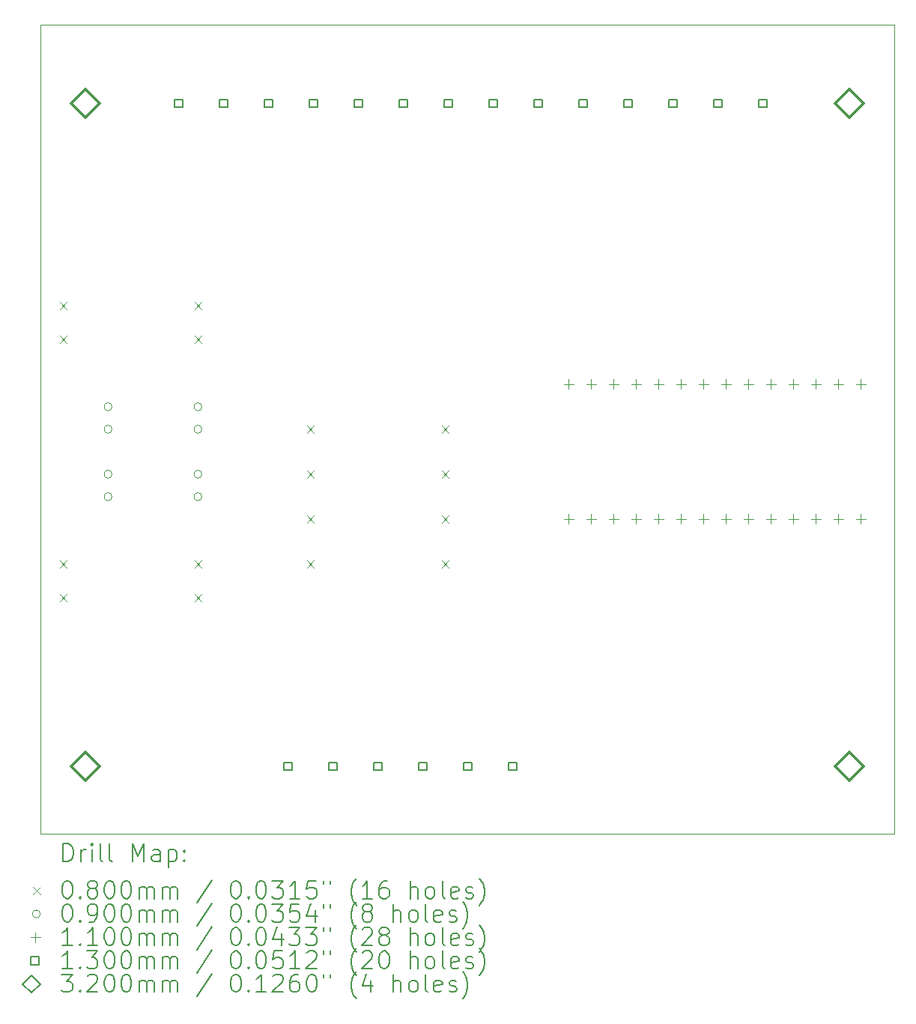
<source format=gbr>
%TF.GenerationSoftware,KiCad,Pcbnew,(6.0.7)*%
%TF.CreationDate,2023-02-16T08:52:23+02:00*%
%TF.ProjectId,teensy_motor_controller,7465656e-7379-45f6-9d6f-746f725f636f,rev?*%
%TF.SameCoordinates,Original*%
%TF.FileFunction,Drillmap*%
%TF.FilePolarity,Positive*%
%FSLAX45Y45*%
G04 Gerber Fmt 4.5, Leading zero omitted, Abs format (unit mm)*
G04 Created by KiCad (PCBNEW (6.0.7)) date 2023-02-16 08:52:23*
%MOMM*%
%LPD*%
G01*
G04 APERTURE LIST*
%ADD10C,0.050000*%
%ADD11C,0.200000*%
%ADD12C,0.080000*%
%ADD13C,0.090000*%
%ADD14C,0.110000*%
%ADD15C,0.130000*%
%ADD16C,0.320000*%
G04 APERTURE END LIST*
D10*
X9906000Y-4826000D02*
X19558000Y-4826000D01*
X19558000Y-4826000D02*
X19558000Y-13970000D01*
X19558000Y-13970000D02*
X9906000Y-13970000D01*
X9906000Y-13970000D02*
X9906000Y-4826000D01*
D11*
D12*
X10120000Y-7961000D02*
X10200000Y-8041000D01*
X10200000Y-7961000D02*
X10120000Y-8041000D01*
X10120000Y-8342000D02*
X10200000Y-8422000D01*
X10200000Y-8342000D02*
X10120000Y-8422000D01*
X10120000Y-10882000D02*
X10200000Y-10962000D01*
X10200000Y-10882000D02*
X10120000Y-10962000D01*
X10120000Y-11263000D02*
X10200000Y-11343000D01*
X10200000Y-11263000D02*
X10120000Y-11343000D01*
X11644000Y-7961000D02*
X11724000Y-8041000D01*
X11724000Y-7961000D02*
X11644000Y-8041000D01*
X11644000Y-8342000D02*
X11724000Y-8422000D01*
X11724000Y-8342000D02*
X11644000Y-8422000D01*
X11644000Y-10882000D02*
X11724000Y-10962000D01*
X11724000Y-10882000D02*
X11644000Y-10962000D01*
X11644000Y-11263000D02*
X11724000Y-11343000D01*
X11724000Y-11263000D02*
X11644000Y-11343000D01*
X12914000Y-9358000D02*
X12994000Y-9438000D01*
X12994000Y-9358000D02*
X12914000Y-9438000D01*
X12914000Y-9866000D02*
X12994000Y-9946000D01*
X12994000Y-9866000D02*
X12914000Y-9946000D01*
X12914000Y-10374000D02*
X12994000Y-10454000D01*
X12994000Y-10374000D02*
X12914000Y-10454000D01*
X12914000Y-10882000D02*
X12994000Y-10962000D01*
X12994000Y-10882000D02*
X12914000Y-10962000D01*
X14438000Y-9358000D02*
X14518000Y-9438000D01*
X14518000Y-9358000D02*
X14438000Y-9438000D01*
X14438000Y-9866000D02*
X14518000Y-9946000D01*
X14518000Y-9866000D02*
X14438000Y-9946000D01*
X14438000Y-10374000D02*
X14518000Y-10454000D01*
X14518000Y-10374000D02*
X14438000Y-10454000D01*
X14438000Y-10882000D02*
X14518000Y-10962000D01*
X14518000Y-10882000D02*
X14438000Y-10962000D01*
D13*
X10713000Y-9144000D02*
G75*
G03*
X10713000Y-9144000I-45000J0D01*
G01*
X10713000Y-9398000D02*
G75*
G03*
X10713000Y-9398000I-45000J0D01*
G01*
X10713000Y-9906000D02*
G75*
G03*
X10713000Y-9906000I-45000J0D01*
G01*
X10713000Y-10160000D02*
G75*
G03*
X10713000Y-10160000I-45000J0D01*
G01*
X11729000Y-9144000D02*
G75*
G03*
X11729000Y-9144000I-45000J0D01*
G01*
X11729000Y-9398000D02*
G75*
G03*
X11729000Y-9398000I-45000J0D01*
G01*
X11729000Y-9906000D02*
G75*
G03*
X11729000Y-9906000I-45000J0D01*
G01*
X11729000Y-10160000D02*
G75*
G03*
X11729000Y-10160000I-45000J0D01*
G01*
D14*
X15875000Y-8835000D02*
X15875000Y-8945000D01*
X15820000Y-8890000D02*
X15930000Y-8890000D01*
X15875000Y-10359000D02*
X15875000Y-10469000D01*
X15820000Y-10414000D02*
X15930000Y-10414000D01*
X16129000Y-8835000D02*
X16129000Y-8945000D01*
X16074000Y-8890000D02*
X16184000Y-8890000D01*
X16129000Y-10359000D02*
X16129000Y-10469000D01*
X16074000Y-10414000D02*
X16184000Y-10414000D01*
X16383000Y-8835000D02*
X16383000Y-8945000D01*
X16328000Y-8890000D02*
X16438000Y-8890000D01*
X16383000Y-10359000D02*
X16383000Y-10469000D01*
X16328000Y-10414000D02*
X16438000Y-10414000D01*
X16637000Y-8835000D02*
X16637000Y-8945000D01*
X16582000Y-8890000D02*
X16692000Y-8890000D01*
X16637000Y-10359000D02*
X16637000Y-10469000D01*
X16582000Y-10414000D02*
X16692000Y-10414000D01*
X16891000Y-8835000D02*
X16891000Y-8945000D01*
X16836000Y-8890000D02*
X16946000Y-8890000D01*
X16891000Y-10359000D02*
X16891000Y-10469000D01*
X16836000Y-10414000D02*
X16946000Y-10414000D01*
X17145000Y-8835000D02*
X17145000Y-8945000D01*
X17090000Y-8890000D02*
X17200000Y-8890000D01*
X17145000Y-10359000D02*
X17145000Y-10469000D01*
X17090000Y-10414000D02*
X17200000Y-10414000D01*
X17399000Y-8835000D02*
X17399000Y-8945000D01*
X17344000Y-8890000D02*
X17454000Y-8890000D01*
X17399000Y-10359000D02*
X17399000Y-10469000D01*
X17344000Y-10414000D02*
X17454000Y-10414000D01*
X17653000Y-8835000D02*
X17653000Y-8945000D01*
X17598000Y-8890000D02*
X17708000Y-8890000D01*
X17653000Y-10359000D02*
X17653000Y-10469000D01*
X17598000Y-10414000D02*
X17708000Y-10414000D01*
X17907000Y-8835000D02*
X17907000Y-8945000D01*
X17852000Y-8890000D02*
X17962000Y-8890000D01*
X17907000Y-10359000D02*
X17907000Y-10469000D01*
X17852000Y-10414000D02*
X17962000Y-10414000D01*
X18161000Y-8835000D02*
X18161000Y-8945000D01*
X18106000Y-8890000D02*
X18216000Y-8890000D01*
X18161000Y-10359000D02*
X18161000Y-10469000D01*
X18106000Y-10414000D02*
X18216000Y-10414000D01*
X18415000Y-8835000D02*
X18415000Y-8945000D01*
X18360000Y-8890000D02*
X18470000Y-8890000D01*
X18415000Y-10359000D02*
X18415000Y-10469000D01*
X18360000Y-10414000D02*
X18470000Y-10414000D01*
X18669000Y-8835000D02*
X18669000Y-8945000D01*
X18614000Y-8890000D02*
X18724000Y-8890000D01*
X18669000Y-10359000D02*
X18669000Y-10469000D01*
X18614000Y-10414000D02*
X18724000Y-10414000D01*
X18923000Y-8835000D02*
X18923000Y-8945000D01*
X18868000Y-8890000D02*
X18978000Y-8890000D01*
X18923000Y-10359000D02*
X18923000Y-10469000D01*
X18868000Y-10414000D02*
X18978000Y-10414000D01*
X19177000Y-8835000D02*
X19177000Y-8945000D01*
X19122000Y-8890000D02*
X19232000Y-8890000D01*
X19177000Y-10359000D02*
X19177000Y-10469000D01*
X19122000Y-10414000D02*
X19232000Y-10414000D01*
D15*
X11511462Y-5760962D02*
X11511462Y-5669038D01*
X11419538Y-5669038D01*
X11419538Y-5760962D01*
X11511462Y-5760962D01*
X12019462Y-5760962D02*
X12019462Y-5669038D01*
X11927538Y-5669038D01*
X11927538Y-5760962D01*
X12019462Y-5760962D01*
X12527462Y-5760962D02*
X12527462Y-5669038D01*
X12435538Y-5669038D01*
X12435538Y-5760962D01*
X12527462Y-5760962D01*
X12745962Y-13253962D02*
X12745962Y-13162038D01*
X12654038Y-13162038D01*
X12654038Y-13253962D01*
X12745962Y-13253962D01*
X13035462Y-5760962D02*
X13035462Y-5669038D01*
X12943538Y-5669038D01*
X12943538Y-5760962D01*
X13035462Y-5760962D01*
X13253962Y-13253962D02*
X13253962Y-13162038D01*
X13162038Y-13162038D01*
X13162038Y-13253962D01*
X13253962Y-13253962D01*
X13543462Y-5760962D02*
X13543462Y-5669038D01*
X13451538Y-5669038D01*
X13451538Y-5760962D01*
X13543462Y-5760962D01*
X13761962Y-13253962D02*
X13761962Y-13162038D01*
X13670038Y-13162038D01*
X13670038Y-13253962D01*
X13761962Y-13253962D01*
X14051462Y-5760962D02*
X14051462Y-5669038D01*
X13959538Y-5669038D01*
X13959538Y-5760962D01*
X14051462Y-5760962D01*
X14269962Y-13253962D02*
X14269962Y-13162038D01*
X14178038Y-13162038D01*
X14178038Y-13253962D01*
X14269962Y-13253962D01*
X14559462Y-5760962D02*
X14559462Y-5669038D01*
X14467538Y-5669038D01*
X14467538Y-5760962D01*
X14559462Y-5760962D01*
X14777962Y-13253962D02*
X14777962Y-13162038D01*
X14686038Y-13162038D01*
X14686038Y-13253962D01*
X14777962Y-13253962D01*
X15067462Y-5760962D02*
X15067462Y-5669038D01*
X14975538Y-5669038D01*
X14975538Y-5760962D01*
X15067462Y-5760962D01*
X15285962Y-13253962D02*
X15285962Y-13162038D01*
X15194038Y-13162038D01*
X15194038Y-13253962D01*
X15285962Y-13253962D01*
X15575462Y-5760962D02*
X15575462Y-5669038D01*
X15483538Y-5669038D01*
X15483538Y-5760962D01*
X15575462Y-5760962D01*
X16083462Y-5760962D02*
X16083462Y-5669038D01*
X15991538Y-5669038D01*
X15991538Y-5760962D01*
X16083462Y-5760962D01*
X16591462Y-5760962D02*
X16591462Y-5669038D01*
X16499538Y-5669038D01*
X16499538Y-5760962D01*
X16591462Y-5760962D01*
X17099462Y-5760962D02*
X17099462Y-5669038D01*
X17007538Y-5669038D01*
X17007538Y-5760962D01*
X17099462Y-5760962D01*
X17607462Y-5760962D02*
X17607462Y-5669038D01*
X17515538Y-5669038D01*
X17515538Y-5760962D01*
X17607462Y-5760962D01*
X18115462Y-5760962D02*
X18115462Y-5669038D01*
X18023538Y-5669038D01*
X18023538Y-5760962D01*
X18115462Y-5760962D01*
D16*
X10414000Y-5875000D02*
X10574000Y-5715000D01*
X10414000Y-5555000D01*
X10254000Y-5715000D01*
X10414000Y-5875000D01*
X10414000Y-13368906D02*
X10574000Y-13208906D01*
X10414000Y-13048906D01*
X10254000Y-13208906D01*
X10414000Y-13368906D01*
X19050000Y-5875000D02*
X19210000Y-5715000D01*
X19050000Y-5555000D01*
X18890000Y-5715000D01*
X19050000Y-5875000D01*
X19050000Y-13368000D02*
X19210000Y-13208000D01*
X19050000Y-13048000D01*
X18890000Y-13208000D01*
X19050000Y-13368000D01*
D11*
X10161119Y-14282976D02*
X10161119Y-14082976D01*
X10208738Y-14082976D01*
X10237310Y-14092500D01*
X10256357Y-14111548D01*
X10265881Y-14130595D01*
X10275405Y-14168690D01*
X10275405Y-14197262D01*
X10265881Y-14235357D01*
X10256357Y-14254405D01*
X10237310Y-14273452D01*
X10208738Y-14282976D01*
X10161119Y-14282976D01*
X10361119Y-14282976D02*
X10361119Y-14149643D01*
X10361119Y-14187738D02*
X10370643Y-14168690D01*
X10380167Y-14159167D01*
X10399214Y-14149643D01*
X10418262Y-14149643D01*
X10484929Y-14282976D02*
X10484929Y-14149643D01*
X10484929Y-14082976D02*
X10475405Y-14092500D01*
X10484929Y-14102024D01*
X10494452Y-14092500D01*
X10484929Y-14082976D01*
X10484929Y-14102024D01*
X10608738Y-14282976D02*
X10589690Y-14273452D01*
X10580167Y-14254405D01*
X10580167Y-14082976D01*
X10713500Y-14282976D02*
X10694452Y-14273452D01*
X10684929Y-14254405D01*
X10684929Y-14082976D01*
X10942071Y-14282976D02*
X10942071Y-14082976D01*
X11008738Y-14225833D01*
X11075405Y-14082976D01*
X11075405Y-14282976D01*
X11256357Y-14282976D02*
X11256357Y-14178214D01*
X11246833Y-14159167D01*
X11227786Y-14149643D01*
X11189690Y-14149643D01*
X11170643Y-14159167D01*
X11256357Y-14273452D02*
X11237309Y-14282976D01*
X11189690Y-14282976D01*
X11170643Y-14273452D01*
X11161119Y-14254405D01*
X11161119Y-14235357D01*
X11170643Y-14216309D01*
X11189690Y-14206786D01*
X11237309Y-14206786D01*
X11256357Y-14197262D01*
X11351595Y-14149643D02*
X11351595Y-14349643D01*
X11351595Y-14159167D02*
X11370643Y-14149643D01*
X11408738Y-14149643D01*
X11427786Y-14159167D01*
X11437309Y-14168690D01*
X11446833Y-14187738D01*
X11446833Y-14244881D01*
X11437309Y-14263928D01*
X11427786Y-14273452D01*
X11408738Y-14282976D01*
X11370643Y-14282976D01*
X11351595Y-14273452D01*
X11532548Y-14263928D02*
X11542071Y-14273452D01*
X11532548Y-14282976D01*
X11523024Y-14273452D01*
X11532548Y-14263928D01*
X11532548Y-14282976D01*
X11532548Y-14159167D02*
X11542071Y-14168690D01*
X11532548Y-14178214D01*
X11523024Y-14168690D01*
X11532548Y-14159167D01*
X11532548Y-14178214D01*
D12*
X9823500Y-14572500D02*
X9903500Y-14652500D01*
X9903500Y-14572500D02*
X9823500Y-14652500D01*
D11*
X10199214Y-14502976D02*
X10218262Y-14502976D01*
X10237310Y-14512500D01*
X10246833Y-14522024D01*
X10256357Y-14541071D01*
X10265881Y-14579167D01*
X10265881Y-14626786D01*
X10256357Y-14664881D01*
X10246833Y-14683928D01*
X10237310Y-14693452D01*
X10218262Y-14702976D01*
X10199214Y-14702976D01*
X10180167Y-14693452D01*
X10170643Y-14683928D01*
X10161119Y-14664881D01*
X10151595Y-14626786D01*
X10151595Y-14579167D01*
X10161119Y-14541071D01*
X10170643Y-14522024D01*
X10180167Y-14512500D01*
X10199214Y-14502976D01*
X10351595Y-14683928D02*
X10361119Y-14693452D01*
X10351595Y-14702976D01*
X10342071Y-14693452D01*
X10351595Y-14683928D01*
X10351595Y-14702976D01*
X10475405Y-14588690D02*
X10456357Y-14579167D01*
X10446833Y-14569643D01*
X10437310Y-14550595D01*
X10437310Y-14541071D01*
X10446833Y-14522024D01*
X10456357Y-14512500D01*
X10475405Y-14502976D01*
X10513500Y-14502976D01*
X10532548Y-14512500D01*
X10542071Y-14522024D01*
X10551595Y-14541071D01*
X10551595Y-14550595D01*
X10542071Y-14569643D01*
X10532548Y-14579167D01*
X10513500Y-14588690D01*
X10475405Y-14588690D01*
X10456357Y-14598214D01*
X10446833Y-14607738D01*
X10437310Y-14626786D01*
X10437310Y-14664881D01*
X10446833Y-14683928D01*
X10456357Y-14693452D01*
X10475405Y-14702976D01*
X10513500Y-14702976D01*
X10532548Y-14693452D01*
X10542071Y-14683928D01*
X10551595Y-14664881D01*
X10551595Y-14626786D01*
X10542071Y-14607738D01*
X10532548Y-14598214D01*
X10513500Y-14588690D01*
X10675405Y-14502976D02*
X10694452Y-14502976D01*
X10713500Y-14512500D01*
X10723024Y-14522024D01*
X10732548Y-14541071D01*
X10742071Y-14579167D01*
X10742071Y-14626786D01*
X10732548Y-14664881D01*
X10723024Y-14683928D01*
X10713500Y-14693452D01*
X10694452Y-14702976D01*
X10675405Y-14702976D01*
X10656357Y-14693452D01*
X10646833Y-14683928D01*
X10637310Y-14664881D01*
X10627786Y-14626786D01*
X10627786Y-14579167D01*
X10637310Y-14541071D01*
X10646833Y-14522024D01*
X10656357Y-14512500D01*
X10675405Y-14502976D01*
X10865881Y-14502976D02*
X10884929Y-14502976D01*
X10903976Y-14512500D01*
X10913500Y-14522024D01*
X10923024Y-14541071D01*
X10932548Y-14579167D01*
X10932548Y-14626786D01*
X10923024Y-14664881D01*
X10913500Y-14683928D01*
X10903976Y-14693452D01*
X10884929Y-14702976D01*
X10865881Y-14702976D01*
X10846833Y-14693452D01*
X10837310Y-14683928D01*
X10827786Y-14664881D01*
X10818262Y-14626786D01*
X10818262Y-14579167D01*
X10827786Y-14541071D01*
X10837310Y-14522024D01*
X10846833Y-14512500D01*
X10865881Y-14502976D01*
X11018262Y-14702976D02*
X11018262Y-14569643D01*
X11018262Y-14588690D02*
X11027786Y-14579167D01*
X11046833Y-14569643D01*
X11075405Y-14569643D01*
X11094452Y-14579167D01*
X11103976Y-14598214D01*
X11103976Y-14702976D01*
X11103976Y-14598214D02*
X11113500Y-14579167D01*
X11132548Y-14569643D01*
X11161119Y-14569643D01*
X11180167Y-14579167D01*
X11189690Y-14598214D01*
X11189690Y-14702976D01*
X11284928Y-14702976D02*
X11284928Y-14569643D01*
X11284928Y-14588690D02*
X11294452Y-14579167D01*
X11313500Y-14569643D01*
X11342071Y-14569643D01*
X11361119Y-14579167D01*
X11370643Y-14598214D01*
X11370643Y-14702976D01*
X11370643Y-14598214D02*
X11380167Y-14579167D01*
X11399214Y-14569643D01*
X11427786Y-14569643D01*
X11446833Y-14579167D01*
X11456357Y-14598214D01*
X11456357Y-14702976D01*
X11846833Y-14493452D02*
X11675405Y-14750595D01*
X12103976Y-14502976D02*
X12123024Y-14502976D01*
X12142071Y-14512500D01*
X12151595Y-14522024D01*
X12161119Y-14541071D01*
X12170643Y-14579167D01*
X12170643Y-14626786D01*
X12161119Y-14664881D01*
X12151595Y-14683928D01*
X12142071Y-14693452D01*
X12123024Y-14702976D01*
X12103976Y-14702976D01*
X12084928Y-14693452D01*
X12075405Y-14683928D01*
X12065881Y-14664881D01*
X12056357Y-14626786D01*
X12056357Y-14579167D01*
X12065881Y-14541071D01*
X12075405Y-14522024D01*
X12084928Y-14512500D01*
X12103976Y-14502976D01*
X12256357Y-14683928D02*
X12265881Y-14693452D01*
X12256357Y-14702976D01*
X12246833Y-14693452D01*
X12256357Y-14683928D01*
X12256357Y-14702976D01*
X12389690Y-14502976D02*
X12408738Y-14502976D01*
X12427786Y-14512500D01*
X12437309Y-14522024D01*
X12446833Y-14541071D01*
X12456357Y-14579167D01*
X12456357Y-14626786D01*
X12446833Y-14664881D01*
X12437309Y-14683928D01*
X12427786Y-14693452D01*
X12408738Y-14702976D01*
X12389690Y-14702976D01*
X12370643Y-14693452D01*
X12361119Y-14683928D01*
X12351595Y-14664881D01*
X12342071Y-14626786D01*
X12342071Y-14579167D01*
X12351595Y-14541071D01*
X12361119Y-14522024D01*
X12370643Y-14512500D01*
X12389690Y-14502976D01*
X12523024Y-14502976D02*
X12646833Y-14502976D01*
X12580167Y-14579167D01*
X12608738Y-14579167D01*
X12627786Y-14588690D01*
X12637309Y-14598214D01*
X12646833Y-14617262D01*
X12646833Y-14664881D01*
X12637309Y-14683928D01*
X12627786Y-14693452D01*
X12608738Y-14702976D01*
X12551595Y-14702976D01*
X12532548Y-14693452D01*
X12523024Y-14683928D01*
X12837309Y-14702976D02*
X12723024Y-14702976D01*
X12780167Y-14702976D02*
X12780167Y-14502976D01*
X12761119Y-14531548D01*
X12742071Y-14550595D01*
X12723024Y-14560119D01*
X13018262Y-14502976D02*
X12923024Y-14502976D01*
X12913500Y-14598214D01*
X12923024Y-14588690D01*
X12942071Y-14579167D01*
X12989690Y-14579167D01*
X13008738Y-14588690D01*
X13018262Y-14598214D01*
X13027786Y-14617262D01*
X13027786Y-14664881D01*
X13018262Y-14683928D01*
X13008738Y-14693452D01*
X12989690Y-14702976D01*
X12942071Y-14702976D01*
X12923024Y-14693452D01*
X12913500Y-14683928D01*
X13103976Y-14502976D02*
X13103976Y-14541071D01*
X13180167Y-14502976D02*
X13180167Y-14541071D01*
X13475405Y-14779167D02*
X13465881Y-14769643D01*
X13446833Y-14741071D01*
X13437309Y-14722024D01*
X13427786Y-14693452D01*
X13418262Y-14645833D01*
X13418262Y-14607738D01*
X13427786Y-14560119D01*
X13437309Y-14531548D01*
X13446833Y-14512500D01*
X13465881Y-14483928D01*
X13475405Y-14474405D01*
X13656357Y-14702976D02*
X13542071Y-14702976D01*
X13599214Y-14702976D02*
X13599214Y-14502976D01*
X13580167Y-14531548D01*
X13561119Y-14550595D01*
X13542071Y-14560119D01*
X13827786Y-14502976D02*
X13789690Y-14502976D01*
X13770643Y-14512500D01*
X13761119Y-14522024D01*
X13742071Y-14550595D01*
X13732548Y-14588690D01*
X13732548Y-14664881D01*
X13742071Y-14683928D01*
X13751595Y-14693452D01*
X13770643Y-14702976D01*
X13808738Y-14702976D01*
X13827786Y-14693452D01*
X13837309Y-14683928D01*
X13846833Y-14664881D01*
X13846833Y-14617262D01*
X13837309Y-14598214D01*
X13827786Y-14588690D01*
X13808738Y-14579167D01*
X13770643Y-14579167D01*
X13751595Y-14588690D01*
X13742071Y-14598214D01*
X13732548Y-14617262D01*
X14084928Y-14702976D02*
X14084928Y-14502976D01*
X14170643Y-14702976D02*
X14170643Y-14598214D01*
X14161119Y-14579167D01*
X14142071Y-14569643D01*
X14113500Y-14569643D01*
X14094452Y-14579167D01*
X14084928Y-14588690D01*
X14294452Y-14702976D02*
X14275405Y-14693452D01*
X14265881Y-14683928D01*
X14256357Y-14664881D01*
X14256357Y-14607738D01*
X14265881Y-14588690D01*
X14275405Y-14579167D01*
X14294452Y-14569643D01*
X14323024Y-14569643D01*
X14342071Y-14579167D01*
X14351595Y-14588690D01*
X14361119Y-14607738D01*
X14361119Y-14664881D01*
X14351595Y-14683928D01*
X14342071Y-14693452D01*
X14323024Y-14702976D01*
X14294452Y-14702976D01*
X14475405Y-14702976D02*
X14456357Y-14693452D01*
X14446833Y-14674405D01*
X14446833Y-14502976D01*
X14627786Y-14693452D02*
X14608738Y-14702976D01*
X14570643Y-14702976D01*
X14551595Y-14693452D01*
X14542071Y-14674405D01*
X14542071Y-14598214D01*
X14551595Y-14579167D01*
X14570643Y-14569643D01*
X14608738Y-14569643D01*
X14627786Y-14579167D01*
X14637309Y-14598214D01*
X14637309Y-14617262D01*
X14542071Y-14636309D01*
X14713500Y-14693452D02*
X14732548Y-14702976D01*
X14770643Y-14702976D01*
X14789690Y-14693452D01*
X14799214Y-14674405D01*
X14799214Y-14664881D01*
X14789690Y-14645833D01*
X14770643Y-14636309D01*
X14742071Y-14636309D01*
X14723024Y-14626786D01*
X14713500Y-14607738D01*
X14713500Y-14598214D01*
X14723024Y-14579167D01*
X14742071Y-14569643D01*
X14770643Y-14569643D01*
X14789690Y-14579167D01*
X14865881Y-14779167D02*
X14875405Y-14769643D01*
X14894452Y-14741071D01*
X14903976Y-14722024D01*
X14913500Y-14693452D01*
X14923024Y-14645833D01*
X14923024Y-14607738D01*
X14913500Y-14560119D01*
X14903976Y-14531548D01*
X14894452Y-14512500D01*
X14875405Y-14483928D01*
X14865881Y-14474405D01*
D13*
X9903500Y-14876500D02*
G75*
G03*
X9903500Y-14876500I-45000J0D01*
G01*
D11*
X10199214Y-14766976D02*
X10218262Y-14766976D01*
X10237310Y-14776500D01*
X10246833Y-14786024D01*
X10256357Y-14805071D01*
X10265881Y-14843167D01*
X10265881Y-14890786D01*
X10256357Y-14928881D01*
X10246833Y-14947928D01*
X10237310Y-14957452D01*
X10218262Y-14966976D01*
X10199214Y-14966976D01*
X10180167Y-14957452D01*
X10170643Y-14947928D01*
X10161119Y-14928881D01*
X10151595Y-14890786D01*
X10151595Y-14843167D01*
X10161119Y-14805071D01*
X10170643Y-14786024D01*
X10180167Y-14776500D01*
X10199214Y-14766976D01*
X10351595Y-14947928D02*
X10361119Y-14957452D01*
X10351595Y-14966976D01*
X10342071Y-14957452D01*
X10351595Y-14947928D01*
X10351595Y-14966976D01*
X10456357Y-14966976D02*
X10494452Y-14966976D01*
X10513500Y-14957452D01*
X10523024Y-14947928D01*
X10542071Y-14919357D01*
X10551595Y-14881262D01*
X10551595Y-14805071D01*
X10542071Y-14786024D01*
X10532548Y-14776500D01*
X10513500Y-14766976D01*
X10475405Y-14766976D01*
X10456357Y-14776500D01*
X10446833Y-14786024D01*
X10437310Y-14805071D01*
X10437310Y-14852690D01*
X10446833Y-14871738D01*
X10456357Y-14881262D01*
X10475405Y-14890786D01*
X10513500Y-14890786D01*
X10532548Y-14881262D01*
X10542071Y-14871738D01*
X10551595Y-14852690D01*
X10675405Y-14766976D02*
X10694452Y-14766976D01*
X10713500Y-14776500D01*
X10723024Y-14786024D01*
X10732548Y-14805071D01*
X10742071Y-14843167D01*
X10742071Y-14890786D01*
X10732548Y-14928881D01*
X10723024Y-14947928D01*
X10713500Y-14957452D01*
X10694452Y-14966976D01*
X10675405Y-14966976D01*
X10656357Y-14957452D01*
X10646833Y-14947928D01*
X10637310Y-14928881D01*
X10627786Y-14890786D01*
X10627786Y-14843167D01*
X10637310Y-14805071D01*
X10646833Y-14786024D01*
X10656357Y-14776500D01*
X10675405Y-14766976D01*
X10865881Y-14766976D02*
X10884929Y-14766976D01*
X10903976Y-14776500D01*
X10913500Y-14786024D01*
X10923024Y-14805071D01*
X10932548Y-14843167D01*
X10932548Y-14890786D01*
X10923024Y-14928881D01*
X10913500Y-14947928D01*
X10903976Y-14957452D01*
X10884929Y-14966976D01*
X10865881Y-14966976D01*
X10846833Y-14957452D01*
X10837310Y-14947928D01*
X10827786Y-14928881D01*
X10818262Y-14890786D01*
X10818262Y-14843167D01*
X10827786Y-14805071D01*
X10837310Y-14786024D01*
X10846833Y-14776500D01*
X10865881Y-14766976D01*
X11018262Y-14966976D02*
X11018262Y-14833643D01*
X11018262Y-14852690D02*
X11027786Y-14843167D01*
X11046833Y-14833643D01*
X11075405Y-14833643D01*
X11094452Y-14843167D01*
X11103976Y-14862214D01*
X11103976Y-14966976D01*
X11103976Y-14862214D02*
X11113500Y-14843167D01*
X11132548Y-14833643D01*
X11161119Y-14833643D01*
X11180167Y-14843167D01*
X11189690Y-14862214D01*
X11189690Y-14966976D01*
X11284928Y-14966976D02*
X11284928Y-14833643D01*
X11284928Y-14852690D02*
X11294452Y-14843167D01*
X11313500Y-14833643D01*
X11342071Y-14833643D01*
X11361119Y-14843167D01*
X11370643Y-14862214D01*
X11370643Y-14966976D01*
X11370643Y-14862214D02*
X11380167Y-14843167D01*
X11399214Y-14833643D01*
X11427786Y-14833643D01*
X11446833Y-14843167D01*
X11456357Y-14862214D01*
X11456357Y-14966976D01*
X11846833Y-14757452D02*
X11675405Y-15014595D01*
X12103976Y-14766976D02*
X12123024Y-14766976D01*
X12142071Y-14776500D01*
X12151595Y-14786024D01*
X12161119Y-14805071D01*
X12170643Y-14843167D01*
X12170643Y-14890786D01*
X12161119Y-14928881D01*
X12151595Y-14947928D01*
X12142071Y-14957452D01*
X12123024Y-14966976D01*
X12103976Y-14966976D01*
X12084928Y-14957452D01*
X12075405Y-14947928D01*
X12065881Y-14928881D01*
X12056357Y-14890786D01*
X12056357Y-14843167D01*
X12065881Y-14805071D01*
X12075405Y-14786024D01*
X12084928Y-14776500D01*
X12103976Y-14766976D01*
X12256357Y-14947928D02*
X12265881Y-14957452D01*
X12256357Y-14966976D01*
X12246833Y-14957452D01*
X12256357Y-14947928D01*
X12256357Y-14966976D01*
X12389690Y-14766976D02*
X12408738Y-14766976D01*
X12427786Y-14776500D01*
X12437309Y-14786024D01*
X12446833Y-14805071D01*
X12456357Y-14843167D01*
X12456357Y-14890786D01*
X12446833Y-14928881D01*
X12437309Y-14947928D01*
X12427786Y-14957452D01*
X12408738Y-14966976D01*
X12389690Y-14966976D01*
X12370643Y-14957452D01*
X12361119Y-14947928D01*
X12351595Y-14928881D01*
X12342071Y-14890786D01*
X12342071Y-14843167D01*
X12351595Y-14805071D01*
X12361119Y-14786024D01*
X12370643Y-14776500D01*
X12389690Y-14766976D01*
X12523024Y-14766976D02*
X12646833Y-14766976D01*
X12580167Y-14843167D01*
X12608738Y-14843167D01*
X12627786Y-14852690D01*
X12637309Y-14862214D01*
X12646833Y-14881262D01*
X12646833Y-14928881D01*
X12637309Y-14947928D01*
X12627786Y-14957452D01*
X12608738Y-14966976D01*
X12551595Y-14966976D01*
X12532548Y-14957452D01*
X12523024Y-14947928D01*
X12827786Y-14766976D02*
X12732548Y-14766976D01*
X12723024Y-14862214D01*
X12732548Y-14852690D01*
X12751595Y-14843167D01*
X12799214Y-14843167D01*
X12818262Y-14852690D01*
X12827786Y-14862214D01*
X12837309Y-14881262D01*
X12837309Y-14928881D01*
X12827786Y-14947928D01*
X12818262Y-14957452D01*
X12799214Y-14966976D01*
X12751595Y-14966976D01*
X12732548Y-14957452D01*
X12723024Y-14947928D01*
X13008738Y-14833643D02*
X13008738Y-14966976D01*
X12961119Y-14757452D02*
X12913500Y-14900309D01*
X13037309Y-14900309D01*
X13103976Y-14766976D02*
X13103976Y-14805071D01*
X13180167Y-14766976D02*
X13180167Y-14805071D01*
X13475405Y-15043167D02*
X13465881Y-15033643D01*
X13446833Y-15005071D01*
X13437309Y-14986024D01*
X13427786Y-14957452D01*
X13418262Y-14909833D01*
X13418262Y-14871738D01*
X13427786Y-14824119D01*
X13437309Y-14795548D01*
X13446833Y-14776500D01*
X13465881Y-14747928D01*
X13475405Y-14738405D01*
X13580167Y-14852690D02*
X13561119Y-14843167D01*
X13551595Y-14833643D01*
X13542071Y-14814595D01*
X13542071Y-14805071D01*
X13551595Y-14786024D01*
X13561119Y-14776500D01*
X13580167Y-14766976D01*
X13618262Y-14766976D01*
X13637309Y-14776500D01*
X13646833Y-14786024D01*
X13656357Y-14805071D01*
X13656357Y-14814595D01*
X13646833Y-14833643D01*
X13637309Y-14843167D01*
X13618262Y-14852690D01*
X13580167Y-14852690D01*
X13561119Y-14862214D01*
X13551595Y-14871738D01*
X13542071Y-14890786D01*
X13542071Y-14928881D01*
X13551595Y-14947928D01*
X13561119Y-14957452D01*
X13580167Y-14966976D01*
X13618262Y-14966976D01*
X13637309Y-14957452D01*
X13646833Y-14947928D01*
X13656357Y-14928881D01*
X13656357Y-14890786D01*
X13646833Y-14871738D01*
X13637309Y-14862214D01*
X13618262Y-14852690D01*
X13894452Y-14966976D02*
X13894452Y-14766976D01*
X13980167Y-14966976D02*
X13980167Y-14862214D01*
X13970643Y-14843167D01*
X13951595Y-14833643D01*
X13923024Y-14833643D01*
X13903976Y-14843167D01*
X13894452Y-14852690D01*
X14103976Y-14966976D02*
X14084928Y-14957452D01*
X14075405Y-14947928D01*
X14065881Y-14928881D01*
X14065881Y-14871738D01*
X14075405Y-14852690D01*
X14084928Y-14843167D01*
X14103976Y-14833643D01*
X14132548Y-14833643D01*
X14151595Y-14843167D01*
X14161119Y-14852690D01*
X14170643Y-14871738D01*
X14170643Y-14928881D01*
X14161119Y-14947928D01*
X14151595Y-14957452D01*
X14132548Y-14966976D01*
X14103976Y-14966976D01*
X14284928Y-14966976D02*
X14265881Y-14957452D01*
X14256357Y-14938405D01*
X14256357Y-14766976D01*
X14437309Y-14957452D02*
X14418262Y-14966976D01*
X14380167Y-14966976D01*
X14361119Y-14957452D01*
X14351595Y-14938405D01*
X14351595Y-14862214D01*
X14361119Y-14843167D01*
X14380167Y-14833643D01*
X14418262Y-14833643D01*
X14437309Y-14843167D01*
X14446833Y-14862214D01*
X14446833Y-14881262D01*
X14351595Y-14900309D01*
X14523024Y-14957452D02*
X14542071Y-14966976D01*
X14580167Y-14966976D01*
X14599214Y-14957452D01*
X14608738Y-14938405D01*
X14608738Y-14928881D01*
X14599214Y-14909833D01*
X14580167Y-14900309D01*
X14551595Y-14900309D01*
X14532548Y-14890786D01*
X14523024Y-14871738D01*
X14523024Y-14862214D01*
X14532548Y-14843167D01*
X14551595Y-14833643D01*
X14580167Y-14833643D01*
X14599214Y-14843167D01*
X14675405Y-15043167D02*
X14684928Y-15033643D01*
X14703976Y-15005071D01*
X14713500Y-14986024D01*
X14723024Y-14957452D01*
X14732548Y-14909833D01*
X14732548Y-14871738D01*
X14723024Y-14824119D01*
X14713500Y-14795548D01*
X14703976Y-14776500D01*
X14684928Y-14747928D01*
X14675405Y-14738405D01*
D14*
X9848500Y-15085500D02*
X9848500Y-15195500D01*
X9793500Y-15140500D02*
X9903500Y-15140500D01*
D11*
X10265881Y-15230976D02*
X10151595Y-15230976D01*
X10208738Y-15230976D02*
X10208738Y-15030976D01*
X10189690Y-15059548D01*
X10170643Y-15078595D01*
X10151595Y-15088119D01*
X10351595Y-15211928D02*
X10361119Y-15221452D01*
X10351595Y-15230976D01*
X10342071Y-15221452D01*
X10351595Y-15211928D01*
X10351595Y-15230976D01*
X10551595Y-15230976D02*
X10437310Y-15230976D01*
X10494452Y-15230976D02*
X10494452Y-15030976D01*
X10475405Y-15059548D01*
X10456357Y-15078595D01*
X10437310Y-15088119D01*
X10675405Y-15030976D02*
X10694452Y-15030976D01*
X10713500Y-15040500D01*
X10723024Y-15050024D01*
X10732548Y-15069071D01*
X10742071Y-15107167D01*
X10742071Y-15154786D01*
X10732548Y-15192881D01*
X10723024Y-15211928D01*
X10713500Y-15221452D01*
X10694452Y-15230976D01*
X10675405Y-15230976D01*
X10656357Y-15221452D01*
X10646833Y-15211928D01*
X10637310Y-15192881D01*
X10627786Y-15154786D01*
X10627786Y-15107167D01*
X10637310Y-15069071D01*
X10646833Y-15050024D01*
X10656357Y-15040500D01*
X10675405Y-15030976D01*
X10865881Y-15030976D02*
X10884929Y-15030976D01*
X10903976Y-15040500D01*
X10913500Y-15050024D01*
X10923024Y-15069071D01*
X10932548Y-15107167D01*
X10932548Y-15154786D01*
X10923024Y-15192881D01*
X10913500Y-15211928D01*
X10903976Y-15221452D01*
X10884929Y-15230976D01*
X10865881Y-15230976D01*
X10846833Y-15221452D01*
X10837310Y-15211928D01*
X10827786Y-15192881D01*
X10818262Y-15154786D01*
X10818262Y-15107167D01*
X10827786Y-15069071D01*
X10837310Y-15050024D01*
X10846833Y-15040500D01*
X10865881Y-15030976D01*
X11018262Y-15230976D02*
X11018262Y-15097643D01*
X11018262Y-15116690D02*
X11027786Y-15107167D01*
X11046833Y-15097643D01*
X11075405Y-15097643D01*
X11094452Y-15107167D01*
X11103976Y-15126214D01*
X11103976Y-15230976D01*
X11103976Y-15126214D02*
X11113500Y-15107167D01*
X11132548Y-15097643D01*
X11161119Y-15097643D01*
X11180167Y-15107167D01*
X11189690Y-15126214D01*
X11189690Y-15230976D01*
X11284928Y-15230976D02*
X11284928Y-15097643D01*
X11284928Y-15116690D02*
X11294452Y-15107167D01*
X11313500Y-15097643D01*
X11342071Y-15097643D01*
X11361119Y-15107167D01*
X11370643Y-15126214D01*
X11370643Y-15230976D01*
X11370643Y-15126214D02*
X11380167Y-15107167D01*
X11399214Y-15097643D01*
X11427786Y-15097643D01*
X11446833Y-15107167D01*
X11456357Y-15126214D01*
X11456357Y-15230976D01*
X11846833Y-15021452D02*
X11675405Y-15278595D01*
X12103976Y-15030976D02*
X12123024Y-15030976D01*
X12142071Y-15040500D01*
X12151595Y-15050024D01*
X12161119Y-15069071D01*
X12170643Y-15107167D01*
X12170643Y-15154786D01*
X12161119Y-15192881D01*
X12151595Y-15211928D01*
X12142071Y-15221452D01*
X12123024Y-15230976D01*
X12103976Y-15230976D01*
X12084928Y-15221452D01*
X12075405Y-15211928D01*
X12065881Y-15192881D01*
X12056357Y-15154786D01*
X12056357Y-15107167D01*
X12065881Y-15069071D01*
X12075405Y-15050024D01*
X12084928Y-15040500D01*
X12103976Y-15030976D01*
X12256357Y-15211928D02*
X12265881Y-15221452D01*
X12256357Y-15230976D01*
X12246833Y-15221452D01*
X12256357Y-15211928D01*
X12256357Y-15230976D01*
X12389690Y-15030976D02*
X12408738Y-15030976D01*
X12427786Y-15040500D01*
X12437309Y-15050024D01*
X12446833Y-15069071D01*
X12456357Y-15107167D01*
X12456357Y-15154786D01*
X12446833Y-15192881D01*
X12437309Y-15211928D01*
X12427786Y-15221452D01*
X12408738Y-15230976D01*
X12389690Y-15230976D01*
X12370643Y-15221452D01*
X12361119Y-15211928D01*
X12351595Y-15192881D01*
X12342071Y-15154786D01*
X12342071Y-15107167D01*
X12351595Y-15069071D01*
X12361119Y-15050024D01*
X12370643Y-15040500D01*
X12389690Y-15030976D01*
X12627786Y-15097643D02*
X12627786Y-15230976D01*
X12580167Y-15021452D02*
X12532548Y-15164309D01*
X12656357Y-15164309D01*
X12713500Y-15030976D02*
X12837309Y-15030976D01*
X12770643Y-15107167D01*
X12799214Y-15107167D01*
X12818262Y-15116690D01*
X12827786Y-15126214D01*
X12837309Y-15145262D01*
X12837309Y-15192881D01*
X12827786Y-15211928D01*
X12818262Y-15221452D01*
X12799214Y-15230976D01*
X12742071Y-15230976D01*
X12723024Y-15221452D01*
X12713500Y-15211928D01*
X12903976Y-15030976D02*
X13027786Y-15030976D01*
X12961119Y-15107167D01*
X12989690Y-15107167D01*
X13008738Y-15116690D01*
X13018262Y-15126214D01*
X13027786Y-15145262D01*
X13027786Y-15192881D01*
X13018262Y-15211928D01*
X13008738Y-15221452D01*
X12989690Y-15230976D01*
X12932548Y-15230976D01*
X12913500Y-15221452D01*
X12903976Y-15211928D01*
X13103976Y-15030976D02*
X13103976Y-15069071D01*
X13180167Y-15030976D02*
X13180167Y-15069071D01*
X13475405Y-15307167D02*
X13465881Y-15297643D01*
X13446833Y-15269071D01*
X13437309Y-15250024D01*
X13427786Y-15221452D01*
X13418262Y-15173833D01*
X13418262Y-15135738D01*
X13427786Y-15088119D01*
X13437309Y-15059548D01*
X13446833Y-15040500D01*
X13465881Y-15011928D01*
X13475405Y-15002405D01*
X13542071Y-15050024D02*
X13551595Y-15040500D01*
X13570643Y-15030976D01*
X13618262Y-15030976D01*
X13637309Y-15040500D01*
X13646833Y-15050024D01*
X13656357Y-15069071D01*
X13656357Y-15088119D01*
X13646833Y-15116690D01*
X13532548Y-15230976D01*
X13656357Y-15230976D01*
X13770643Y-15116690D02*
X13751595Y-15107167D01*
X13742071Y-15097643D01*
X13732548Y-15078595D01*
X13732548Y-15069071D01*
X13742071Y-15050024D01*
X13751595Y-15040500D01*
X13770643Y-15030976D01*
X13808738Y-15030976D01*
X13827786Y-15040500D01*
X13837309Y-15050024D01*
X13846833Y-15069071D01*
X13846833Y-15078595D01*
X13837309Y-15097643D01*
X13827786Y-15107167D01*
X13808738Y-15116690D01*
X13770643Y-15116690D01*
X13751595Y-15126214D01*
X13742071Y-15135738D01*
X13732548Y-15154786D01*
X13732548Y-15192881D01*
X13742071Y-15211928D01*
X13751595Y-15221452D01*
X13770643Y-15230976D01*
X13808738Y-15230976D01*
X13827786Y-15221452D01*
X13837309Y-15211928D01*
X13846833Y-15192881D01*
X13846833Y-15154786D01*
X13837309Y-15135738D01*
X13827786Y-15126214D01*
X13808738Y-15116690D01*
X14084928Y-15230976D02*
X14084928Y-15030976D01*
X14170643Y-15230976D02*
X14170643Y-15126214D01*
X14161119Y-15107167D01*
X14142071Y-15097643D01*
X14113500Y-15097643D01*
X14094452Y-15107167D01*
X14084928Y-15116690D01*
X14294452Y-15230976D02*
X14275405Y-15221452D01*
X14265881Y-15211928D01*
X14256357Y-15192881D01*
X14256357Y-15135738D01*
X14265881Y-15116690D01*
X14275405Y-15107167D01*
X14294452Y-15097643D01*
X14323024Y-15097643D01*
X14342071Y-15107167D01*
X14351595Y-15116690D01*
X14361119Y-15135738D01*
X14361119Y-15192881D01*
X14351595Y-15211928D01*
X14342071Y-15221452D01*
X14323024Y-15230976D01*
X14294452Y-15230976D01*
X14475405Y-15230976D02*
X14456357Y-15221452D01*
X14446833Y-15202405D01*
X14446833Y-15030976D01*
X14627786Y-15221452D02*
X14608738Y-15230976D01*
X14570643Y-15230976D01*
X14551595Y-15221452D01*
X14542071Y-15202405D01*
X14542071Y-15126214D01*
X14551595Y-15107167D01*
X14570643Y-15097643D01*
X14608738Y-15097643D01*
X14627786Y-15107167D01*
X14637309Y-15126214D01*
X14637309Y-15145262D01*
X14542071Y-15164309D01*
X14713500Y-15221452D02*
X14732548Y-15230976D01*
X14770643Y-15230976D01*
X14789690Y-15221452D01*
X14799214Y-15202405D01*
X14799214Y-15192881D01*
X14789690Y-15173833D01*
X14770643Y-15164309D01*
X14742071Y-15164309D01*
X14723024Y-15154786D01*
X14713500Y-15135738D01*
X14713500Y-15126214D01*
X14723024Y-15107167D01*
X14742071Y-15097643D01*
X14770643Y-15097643D01*
X14789690Y-15107167D01*
X14865881Y-15307167D02*
X14875405Y-15297643D01*
X14894452Y-15269071D01*
X14903976Y-15250024D01*
X14913500Y-15221452D01*
X14923024Y-15173833D01*
X14923024Y-15135738D01*
X14913500Y-15088119D01*
X14903976Y-15059548D01*
X14894452Y-15040500D01*
X14875405Y-15011928D01*
X14865881Y-15002405D01*
D15*
X9884462Y-15450462D02*
X9884462Y-15358538D01*
X9792538Y-15358538D01*
X9792538Y-15450462D01*
X9884462Y-15450462D01*
D11*
X10265881Y-15494976D02*
X10151595Y-15494976D01*
X10208738Y-15494976D02*
X10208738Y-15294976D01*
X10189690Y-15323548D01*
X10170643Y-15342595D01*
X10151595Y-15352119D01*
X10351595Y-15475928D02*
X10361119Y-15485452D01*
X10351595Y-15494976D01*
X10342071Y-15485452D01*
X10351595Y-15475928D01*
X10351595Y-15494976D01*
X10427786Y-15294976D02*
X10551595Y-15294976D01*
X10484929Y-15371167D01*
X10513500Y-15371167D01*
X10532548Y-15380690D01*
X10542071Y-15390214D01*
X10551595Y-15409262D01*
X10551595Y-15456881D01*
X10542071Y-15475928D01*
X10532548Y-15485452D01*
X10513500Y-15494976D01*
X10456357Y-15494976D01*
X10437310Y-15485452D01*
X10427786Y-15475928D01*
X10675405Y-15294976D02*
X10694452Y-15294976D01*
X10713500Y-15304500D01*
X10723024Y-15314024D01*
X10732548Y-15333071D01*
X10742071Y-15371167D01*
X10742071Y-15418786D01*
X10732548Y-15456881D01*
X10723024Y-15475928D01*
X10713500Y-15485452D01*
X10694452Y-15494976D01*
X10675405Y-15494976D01*
X10656357Y-15485452D01*
X10646833Y-15475928D01*
X10637310Y-15456881D01*
X10627786Y-15418786D01*
X10627786Y-15371167D01*
X10637310Y-15333071D01*
X10646833Y-15314024D01*
X10656357Y-15304500D01*
X10675405Y-15294976D01*
X10865881Y-15294976D02*
X10884929Y-15294976D01*
X10903976Y-15304500D01*
X10913500Y-15314024D01*
X10923024Y-15333071D01*
X10932548Y-15371167D01*
X10932548Y-15418786D01*
X10923024Y-15456881D01*
X10913500Y-15475928D01*
X10903976Y-15485452D01*
X10884929Y-15494976D01*
X10865881Y-15494976D01*
X10846833Y-15485452D01*
X10837310Y-15475928D01*
X10827786Y-15456881D01*
X10818262Y-15418786D01*
X10818262Y-15371167D01*
X10827786Y-15333071D01*
X10837310Y-15314024D01*
X10846833Y-15304500D01*
X10865881Y-15294976D01*
X11018262Y-15494976D02*
X11018262Y-15361643D01*
X11018262Y-15380690D02*
X11027786Y-15371167D01*
X11046833Y-15361643D01*
X11075405Y-15361643D01*
X11094452Y-15371167D01*
X11103976Y-15390214D01*
X11103976Y-15494976D01*
X11103976Y-15390214D02*
X11113500Y-15371167D01*
X11132548Y-15361643D01*
X11161119Y-15361643D01*
X11180167Y-15371167D01*
X11189690Y-15390214D01*
X11189690Y-15494976D01*
X11284928Y-15494976D02*
X11284928Y-15361643D01*
X11284928Y-15380690D02*
X11294452Y-15371167D01*
X11313500Y-15361643D01*
X11342071Y-15361643D01*
X11361119Y-15371167D01*
X11370643Y-15390214D01*
X11370643Y-15494976D01*
X11370643Y-15390214D02*
X11380167Y-15371167D01*
X11399214Y-15361643D01*
X11427786Y-15361643D01*
X11446833Y-15371167D01*
X11456357Y-15390214D01*
X11456357Y-15494976D01*
X11846833Y-15285452D02*
X11675405Y-15542595D01*
X12103976Y-15294976D02*
X12123024Y-15294976D01*
X12142071Y-15304500D01*
X12151595Y-15314024D01*
X12161119Y-15333071D01*
X12170643Y-15371167D01*
X12170643Y-15418786D01*
X12161119Y-15456881D01*
X12151595Y-15475928D01*
X12142071Y-15485452D01*
X12123024Y-15494976D01*
X12103976Y-15494976D01*
X12084928Y-15485452D01*
X12075405Y-15475928D01*
X12065881Y-15456881D01*
X12056357Y-15418786D01*
X12056357Y-15371167D01*
X12065881Y-15333071D01*
X12075405Y-15314024D01*
X12084928Y-15304500D01*
X12103976Y-15294976D01*
X12256357Y-15475928D02*
X12265881Y-15485452D01*
X12256357Y-15494976D01*
X12246833Y-15485452D01*
X12256357Y-15475928D01*
X12256357Y-15494976D01*
X12389690Y-15294976D02*
X12408738Y-15294976D01*
X12427786Y-15304500D01*
X12437309Y-15314024D01*
X12446833Y-15333071D01*
X12456357Y-15371167D01*
X12456357Y-15418786D01*
X12446833Y-15456881D01*
X12437309Y-15475928D01*
X12427786Y-15485452D01*
X12408738Y-15494976D01*
X12389690Y-15494976D01*
X12370643Y-15485452D01*
X12361119Y-15475928D01*
X12351595Y-15456881D01*
X12342071Y-15418786D01*
X12342071Y-15371167D01*
X12351595Y-15333071D01*
X12361119Y-15314024D01*
X12370643Y-15304500D01*
X12389690Y-15294976D01*
X12637309Y-15294976D02*
X12542071Y-15294976D01*
X12532548Y-15390214D01*
X12542071Y-15380690D01*
X12561119Y-15371167D01*
X12608738Y-15371167D01*
X12627786Y-15380690D01*
X12637309Y-15390214D01*
X12646833Y-15409262D01*
X12646833Y-15456881D01*
X12637309Y-15475928D01*
X12627786Y-15485452D01*
X12608738Y-15494976D01*
X12561119Y-15494976D01*
X12542071Y-15485452D01*
X12532548Y-15475928D01*
X12837309Y-15494976D02*
X12723024Y-15494976D01*
X12780167Y-15494976D02*
X12780167Y-15294976D01*
X12761119Y-15323548D01*
X12742071Y-15342595D01*
X12723024Y-15352119D01*
X12913500Y-15314024D02*
X12923024Y-15304500D01*
X12942071Y-15294976D01*
X12989690Y-15294976D01*
X13008738Y-15304500D01*
X13018262Y-15314024D01*
X13027786Y-15333071D01*
X13027786Y-15352119D01*
X13018262Y-15380690D01*
X12903976Y-15494976D01*
X13027786Y-15494976D01*
X13103976Y-15294976D02*
X13103976Y-15333071D01*
X13180167Y-15294976D02*
X13180167Y-15333071D01*
X13475405Y-15571167D02*
X13465881Y-15561643D01*
X13446833Y-15533071D01*
X13437309Y-15514024D01*
X13427786Y-15485452D01*
X13418262Y-15437833D01*
X13418262Y-15399738D01*
X13427786Y-15352119D01*
X13437309Y-15323548D01*
X13446833Y-15304500D01*
X13465881Y-15275928D01*
X13475405Y-15266405D01*
X13542071Y-15314024D02*
X13551595Y-15304500D01*
X13570643Y-15294976D01*
X13618262Y-15294976D01*
X13637309Y-15304500D01*
X13646833Y-15314024D01*
X13656357Y-15333071D01*
X13656357Y-15352119D01*
X13646833Y-15380690D01*
X13532548Y-15494976D01*
X13656357Y-15494976D01*
X13780167Y-15294976D02*
X13799214Y-15294976D01*
X13818262Y-15304500D01*
X13827786Y-15314024D01*
X13837309Y-15333071D01*
X13846833Y-15371167D01*
X13846833Y-15418786D01*
X13837309Y-15456881D01*
X13827786Y-15475928D01*
X13818262Y-15485452D01*
X13799214Y-15494976D01*
X13780167Y-15494976D01*
X13761119Y-15485452D01*
X13751595Y-15475928D01*
X13742071Y-15456881D01*
X13732548Y-15418786D01*
X13732548Y-15371167D01*
X13742071Y-15333071D01*
X13751595Y-15314024D01*
X13761119Y-15304500D01*
X13780167Y-15294976D01*
X14084928Y-15494976D02*
X14084928Y-15294976D01*
X14170643Y-15494976D02*
X14170643Y-15390214D01*
X14161119Y-15371167D01*
X14142071Y-15361643D01*
X14113500Y-15361643D01*
X14094452Y-15371167D01*
X14084928Y-15380690D01*
X14294452Y-15494976D02*
X14275405Y-15485452D01*
X14265881Y-15475928D01*
X14256357Y-15456881D01*
X14256357Y-15399738D01*
X14265881Y-15380690D01*
X14275405Y-15371167D01*
X14294452Y-15361643D01*
X14323024Y-15361643D01*
X14342071Y-15371167D01*
X14351595Y-15380690D01*
X14361119Y-15399738D01*
X14361119Y-15456881D01*
X14351595Y-15475928D01*
X14342071Y-15485452D01*
X14323024Y-15494976D01*
X14294452Y-15494976D01*
X14475405Y-15494976D02*
X14456357Y-15485452D01*
X14446833Y-15466405D01*
X14446833Y-15294976D01*
X14627786Y-15485452D02*
X14608738Y-15494976D01*
X14570643Y-15494976D01*
X14551595Y-15485452D01*
X14542071Y-15466405D01*
X14542071Y-15390214D01*
X14551595Y-15371167D01*
X14570643Y-15361643D01*
X14608738Y-15361643D01*
X14627786Y-15371167D01*
X14637309Y-15390214D01*
X14637309Y-15409262D01*
X14542071Y-15428309D01*
X14713500Y-15485452D02*
X14732548Y-15494976D01*
X14770643Y-15494976D01*
X14789690Y-15485452D01*
X14799214Y-15466405D01*
X14799214Y-15456881D01*
X14789690Y-15437833D01*
X14770643Y-15428309D01*
X14742071Y-15428309D01*
X14723024Y-15418786D01*
X14713500Y-15399738D01*
X14713500Y-15390214D01*
X14723024Y-15371167D01*
X14742071Y-15361643D01*
X14770643Y-15361643D01*
X14789690Y-15371167D01*
X14865881Y-15571167D02*
X14875405Y-15561643D01*
X14894452Y-15533071D01*
X14903976Y-15514024D01*
X14913500Y-15485452D01*
X14923024Y-15437833D01*
X14923024Y-15399738D01*
X14913500Y-15352119D01*
X14903976Y-15323548D01*
X14894452Y-15304500D01*
X14875405Y-15275928D01*
X14865881Y-15266405D01*
X9803500Y-15768500D02*
X9903500Y-15668500D01*
X9803500Y-15568500D01*
X9703500Y-15668500D01*
X9803500Y-15768500D01*
X10142071Y-15558976D02*
X10265881Y-15558976D01*
X10199214Y-15635167D01*
X10227786Y-15635167D01*
X10246833Y-15644690D01*
X10256357Y-15654214D01*
X10265881Y-15673262D01*
X10265881Y-15720881D01*
X10256357Y-15739928D01*
X10246833Y-15749452D01*
X10227786Y-15758976D01*
X10170643Y-15758976D01*
X10151595Y-15749452D01*
X10142071Y-15739928D01*
X10351595Y-15739928D02*
X10361119Y-15749452D01*
X10351595Y-15758976D01*
X10342071Y-15749452D01*
X10351595Y-15739928D01*
X10351595Y-15758976D01*
X10437310Y-15578024D02*
X10446833Y-15568500D01*
X10465881Y-15558976D01*
X10513500Y-15558976D01*
X10532548Y-15568500D01*
X10542071Y-15578024D01*
X10551595Y-15597071D01*
X10551595Y-15616119D01*
X10542071Y-15644690D01*
X10427786Y-15758976D01*
X10551595Y-15758976D01*
X10675405Y-15558976D02*
X10694452Y-15558976D01*
X10713500Y-15568500D01*
X10723024Y-15578024D01*
X10732548Y-15597071D01*
X10742071Y-15635167D01*
X10742071Y-15682786D01*
X10732548Y-15720881D01*
X10723024Y-15739928D01*
X10713500Y-15749452D01*
X10694452Y-15758976D01*
X10675405Y-15758976D01*
X10656357Y-15749452D01*
X10646833Y-15739928D01*
X10637310Y-15720881D01*
X10627786Y-15682786D01*
X10627786Y-15635167D01*
X10637310Y-15597071D01*
X10646833Y-15578024D01*
X10656357Y-15568500D01*
X10675405Y-15558976D01*
X10865881Y-15558976D02*
X10884929Y-15558976D01*
X10903976Y-15568500D01*
X10913500Y-15578024D01*
X10923024Y-15597071D01*
X10932548Y-15635167D01*
X10932548Y-15682786D01*
X10923024Y-15720881D01*
X10913500Y-15739928D01*
X10903976Y-15749452D01*
X10884929Y-15758976D01*
X10865881Y-15758976D01*
X10846833Y-15749452D01*
X10837310Y-15739928D01*
X10827786Y-15720881D01*
X10818262Y-15682786D01*
X10818262Y-15635167D01*
X10827786Y-15597071D01*
X10837310Y-15578024D01*
X10846833Y-15568500D01*
X10865881Y-15558976D01*
X11018262Y-15758976D02*
X11018262Y-15625643D01*
X11018262Y-15644690D02*
X11027786Y-15635167D01*
X11046833Y-15625643D01*
X11075405Y-15625643D01*
X11094452Y-15635167D01*
X11103976Y-15654214D01*
X11103976Y-15758976D01*
X11103976Y-15654214D02*
X11113500Y-15635167D01*
X11132548Y-15625643D01*
X11161119Y-15625643D01*
X11180167Y-15635167D01*
X11189690Y-15654214D01*
X11189690Y-15758976D01*
X11284928Y-15758976D02*
X11284928Y-15625643D01*
X11284928Y-15644690D02*
X11294452Y-15635167D01*
X11313500Y-15625643D01*
X11342071Y-15625643D01*
X11361119Y-15635167D01*
X11370643Y-15654214D01*
X11370643Y-15758976D01*
X11370643Y-15654214D02*
X11380167Y-15635167D01*
X11399214Y-15625643D01*
X11427786Y-15625643D01*
X11446833Y-15635167D01*
X11456357Y-15654214D01*
X11456357Y-15758976D01*
X11846833Y-15549452D02*
X11675405Y-15806595D01*
X12103976Y-15558976D02*
X12123024Y-15558976D01*
X12142071Y-15568500D01*
X12151595Y-15578024D01*
X12161119Y-15597071D01*
X12170643Y-15635167D01*
X12170643Y-15682786D01*
X12161119Y-15720881D01*
X12151595Y-15739928D01*
X12142071Y-15749452D01*
X12123024Y-15758976D01*
X12103976Y-15758976D01*
X12084928Y-15749452D01*
X12075405Y-15739928D01*
X12065881Y-15720881D01*
X12056357Y-15682786D01*
X12056357Y-15635167D01*
X12065881Y-15597071D01*
X12075405Y-15578024D01*
X12084928Y-15568500D01*
X12103976Y-15558976D01*
X12256357Y-15739928D02*
X12265881Y-15749452D01*
X12256357Y-15758976D01*
X12246833Y-15749452D01*
X12256357Y-15739928D01*
X12256357Y-15758976D01*
X12456357Y-15758976D02*
X12342071Y-15758976D01*
X12399214Y-15758976D02*
X12399214Y-15558976D01*
X12380167Y-15587548D01*
X12361119Y-15606595D01*
X12342071Y-15616119D01*
X12532548Y-15578024D02*
X12542071Y-15568500D01*
X12561119Y-15558976D01*
X12608738Y-15558976D01*
X12627786Y-15568500D01*
X12637309Y-15578024D01*
X12646833Y-15597071D01*
X12646833Y-15616119D01*
X12637309Y-15644690D01*
X12523024Y-15758976D01*
X12646833Y-15758976D01*
X12818262Y-15558976D02*
X12780167Y-15558976D01*
X12761119Y-15568500D01*
X12751595Y-15578024D01*
X12732548Y-15606595D01*
X12723024Y-15644690D01*
X12723024Y-15720881D01*
X12732548Y-15739928D01*
X12742071Y-15749452D01*
X12761119Y-15758976D01*
X12799214Y-15758976D01*
X12818262Y-15749452D01*
X12827786Y-15739928D01*
X12837309Y-15720881D01*
X12837309Y-15673262D01*
X12827786Y-15654214D01*
X12818262Y-15644690D01*
X12799214Y-15635167D01*
X12761119Y-15635167D01*
X12742071Y-15644690D01*
X12732548Y-15654214D01*
X12723024Y-15673262D01*
X12961119Y-15558976D02*
X12980167Y-15558976D01*
X12999214Y-15568500D01*
X13008738Y-15578024D01*
X13018262Y-15597071D01*
X13027786Y-15635167D01*
X13027786Y-15682786D01*
X13018262Y-15720881D01*
X13008738Y-15739928D01*
X12999214Y-15749452D01*
X12980167Y-15758976D01*
X12961119Y-15758976D01*
X12942071Y-15749452D01*
X12932548Y-15739928D01*
X12923024Y-15720881D01*
X12913500Y-15682786D01*
X12913500Y-15635167D01*
X12923024Y-15597071D01*
X12932548Y-15578024D01*
X12942071Y-15568500D01*
X12961119Y-15558976D01*
X13103976Y-15558976D02*
X13103976Y-15597071D01*
X13180167Y-15558976D02*
X13180167Y-15597071D01*
X13475405Y-15835167D02*
X13465881Y-15825643D01*
X13446833Y-15797071D01*
X13437309Y-15778024D01*
X13427786Y-15749452D01*
X13418262Y-15701833D01*
X13418262Y-15663738D01*
X13427786Y-15616119D01*
X13437309Y-15587548D01*
X13446833Y-15568500D01*
X13465881Y-15539928D01*
X13475405Y-15530405D01*
X13637309Y-15625643D02*
X13637309Y-15758976D01*
X13589690Y-15549452D02*
X13542071Y-15692309D01*
X13665881Y-15692309D01*
X13894452Y-15758976D02*
X13894452Y-15558976D01*
X13980167Y-15758976D02*
X13980167Y-15654214D01*
X13970643Y-15635167D01*
X13951595Y-15625643D01*
X13923024Y-15625643D01*
X13903976Y-15635167D01*
X13894452Y-15644690D01*
X14103976Y-15758976D02*
X14084928Y-15749452D01*
X14075405Y-15739928D01*
X14065881Y-15720881D01*
X14065881Y-15663738D01*
X14075405Y-15644690D01*
X14084928Y-15635167D01*
X14103976Y-15625643D01*
X14132548Y-15625643D01*
X14151595Y-15635167D01*
X14161119Y-15644690D01*
X14170643Y-15663738D01*
X14170643Y-15720881D01*
X14161119Y-15739928D01*
X14151595Y-15749452D01*
X14132548Y-15758976D01*
X14103976Y-15758976D01*
X14284928Y-15758976D02*
X14265881Y-15749452D01*
X14256357Y-15730405D01*
X14256357Y-15558976D01*
X14437309Y-15749452D02*
X14418262Y-15758976D01*
X14380167Y-15758976D01*
X14361119Y-15749452D01*
X14351595Y-15730405D01*
X14351595Y-15654214D01*
X14361119Y-15635167D01*
X14380167Y-15625643D01*
X14418262Y-15625643D01*
X14437309Y-15635167D01*
X14446833Y-15654214D01*
X14446833Y-15673262D01*
X14351595Y-15692309D01*
X14523024Y-15749452D02*
X14542071Y-15758976D01*
X14580167Y-15758976D01*
X14599214Y-15749452D01*
X14608738Y-15730405D01*
X14608738Y-15720881D01*
X14599214Y-15701833D01*
X14580167Y-15692309D01*
X14551595Y-15692309D01*
X14532548Y-15682786D01*
X14523024Y-15663738D01*
X14523024Y-15654214D01*
X14532548Y-15635167D01*
X14551595Y-15625643D01*
X14580167Y-15625643D01*
X14599214Y-15635167D01*
X14675405Y-15835167D02*
X14684928Y-15825643D01*
X14703976Y-15797071D01*
X14713500Y-15778024D01*
X14723024Y-15749452D01*
X14732548Y-15701833D01*
X14732548Y-15663738D01*
X14723024Y-15616119D01*
X14713500Y-15587548D01*
X14703976Y-15568500D01*
X14684928Y-15539928D01*
X14675405Y-15530405D01*
M02*

</source>
